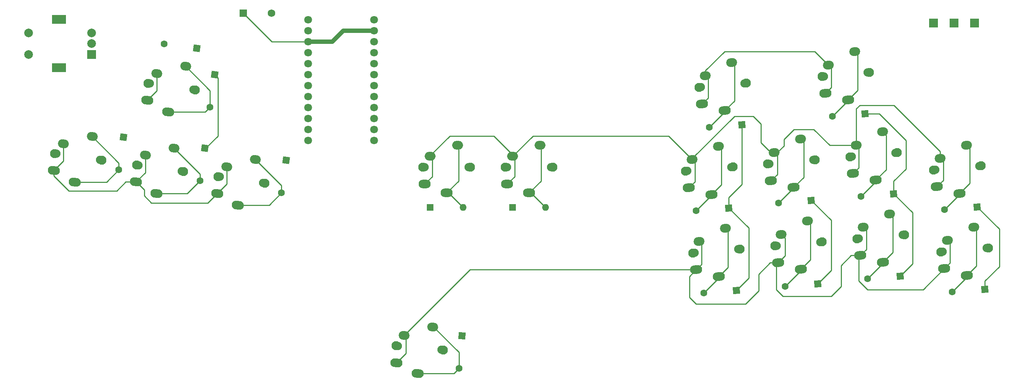
<source format=gbl>
%TF.GenerationSoftware,KiCad,Pcbnew,(6.0.9)*%
%TF.CreationDate,2023-02-21T23:29:26+05:30*%
%TF.ProjectId,Titan Keyboard,54697461-6e20-44b6-9579-626f6172642e,rev?*%
%TF.SameCoordinates,Original*%
%TF.FileFunction,Copper,L2,Bot*%
%TF.FilePolarity,Positive*%
%FSLAX46Y46*%
G04 Gerber Fmt 4.6, Leading zero omitted, Abs format (unit mm)*
G04 Created by KiCad (PCBNEW (6.0.9)) date 2023-02-21 23:29:26*
%MOMM*%
%LPD*%
G01*
G04 APERTURE LIST*
G04 Aperture macros list*
%AMHorizOval*
0 Thick line with rounded ends*
0 $1 width*
0 $2 $3 position (X,Y) of the first rounded end (center of the circle)*
0 $4 $5 position (X,Y) of the second rounded end (center of the circle)*
0 Add line between two ends*
20,1,$1,$2,$3,$4,$5,0*
0 Add two circle primitives to create the rounded ends*
1,1,$1,$2,$3*
1,1,$1,$4,$5*%
%AMRotRect*
0 Rectangle, with rotation*
0 The origin of the aperture is its center*
0 $1 length*
0 $2 width*
0 $3 Rotation angle, in degrees counterclockwise*
0 Add horizontal line*
21,1,$1,$2,0,0,$3*%
G04 Aperture macros list end*
%TA.AperFunction,ComponentPad*%
%ADD10R,1.752600X1.752600*%
%TD*%
%TA.AperFunction,ComponentPad*%
%ADD11C,1.752600*%
%TD*%
%TA.AperFunction,ComponentPad*%
%ADD12C,1.800000*%
%TD*%
%TA.AperFunction,WasherPad*%
%ADD13C,2.100000*%
%TD*%
%TA.AperFunction,WasherPad*%
%ADD14C,1.900000*%
%TD*%
%TA.AperFunction,ComponentPad*%
%ADD15HorizOval,2.000000X0.396107X-0.055669X-0.396107X0.055669X0*%
%TD*%
%TA.AperFunction,ComponentPad*%
%ADD16HorizOval,2.000000X0.247567X-0.034793X-0.247567X0.034793X0*%
%TD*%
%TA.AperFunction,ComponentPad*%
%ADD17HorizOval,2.000000X0.398478X-0.034862X-0.398478X0.034862X0*%
%TD*%
%TA.AperFunction,ComponentPad*%
%ADD18HorizOval,2.000000X0.249049X-0.021789X-0.249049X0.021789X0*%
%TD*%
%TA.AperFunction,ComponentPad*%
%ADD19HorizOval,2.000000X0.249049X0.021789X-0.249049X-0.021789X0*%
%TD*%
%TA.AperFunction,ComponentPad*%
%ADD20HorizOval,2.000000X0.398478X0.034862X-0.398478X-0.034862X0*%
%TD*%
%TA.AperFunction,ComponentPad*%
%ADD21O,2.500000X2.000000*%
%TD*%
%TA.AperFunction,ComponentPad*%
%ADD22O,2.800000X2.000000*%
%TD*%
%TA.AperFunction,ComponentPad*%
%ADD23C,2.000000*%
%TD*%
%TA.AperFunction,ComponentPad*%
%ADD24R,3.200000X2.000000*%
%TD*%
%TA.AperFunction,ComponentPad*%
%ADD25R,2.000000X2.000000*%
%TD*%
%TA.AperFunction,ComponentPad*%
%ADD26R,1.600000X1.600000*%
%TD*%
%TA.AperFunction,ComponentPad*%
%ADD27O,1.600000X1.600000*%
%TD*%
%TA.AperFunction,ComponentPad*%
%ADD28RotRect,1.600000X1.600000X185.000000*%
%TD*%
%TA.AperFunction,ComponentPad*%
%ADD29HorizOval,1.600000X0.000000X0.000000X0.000000X0.000000X0*%
%TD*%
%TA.AperFunction,ComponentPad*%
%ADD30RotRect,1.600000X1.600000X262.000000*%
%TD*%
%TA.AperFunction,ComponentPad*%
%ADD31HorizOval,1.600000X0.000000X0.000000X0.000000X0.000000X0*%
%TD*%
%TA.AperFunction,ComponentPad*%
%ADD32RotRect,1.600000X1.600000X172.000000*%
%TD*%
%TA.AperFunction,ComponentPad*%
%ADD33HorizOval,1.600000X0.000000X0.000000X0.000000X0.000000X0*%
%TD*%
%TA.AperFunction,ComponentPad*%
%ADD34RotRect,1.600000X1.600000X265.000000*%
%TD*%
%TA.AperFunction,ComponentPad*%
%ADD35HorizOval,1.600000X0.000000X0.000000X0.000000X0.000000X0*%
%TD*%
%TA.AperFunction,Conductor*%
%ADD36C,0.250000*%
%TD*%
%TA.AperFunction,Conductor*%
%ADD37C,1.000000*%
%TD*%
G04 APERTURE END LIST*
D10*
%TO.P,SW1,1,1*%
%TO.N,GND*%
X95300800Y-42926000D03*
D11*
%TO.P,SW1,2,2*%
%TO.N,RESET*%
X101803200Y-42926000D03*
%TD*%
D12*
%TO.P,U1,1,TX*%
%TO.N,ENC_B*%
X110236000Y-44450000D03*
%TO.P,U1,2,RX*%
%TO.N,ENC_A*%
X110236000Y-46990000D03*
%TO.P,U1,3,GND*%
%TO.N,GND*%
X110236000Y-49530000D03*
%TO.P,U1,4,GND*%
X110236000Y-52070000D03*
%TO.P,U1,5,SDA*%
%TO.N,ROW0*%
X110236000Y-54610000D03*
%TO.P,U1,6,SCL*%
%TO.N,COL8*%
X110236000Y-57150000D03*
%TO.P,U1,7,D4*%
%TO.N,COL1*%
X110236000Y-59690000D03*
%TO.P,U1,8,C6*%
%TO.N,COL0*%
X110236000Y-62230000D03*
%TO.P,U1,9,D7*%
%TO.N,ROW1*%
X110236000Y-64770000D03*
%TO.P,U1,10,E6*%
%TO.N,COL2*%
X110236000Y-67310000D03*
%TO.P,U1,11,B4*%
%TO.N,COL3*%
X110236000Y-69850000D03*
%TO.P,U1,12,B5*%
%TO.N,ROW2*%
X110236000Y-72390000D03*
%TO.P,U1,13,B6*%
%TO.N,COL4*%
X125476000Y-72390000D03*
%TO.P,U1,14,B2*%
%TO.N,COL6*%
X125476000Y-69850000D03*
%TO.P,U1,15,B3*%
%TO.N,COL5*%
X125476000Y-67310000D03*
%TO.P,U1,16,B1*%
%TO.N,COL9*%
X125476000Y-64770000D03*
%TO.P,U1,17,F7*%
%TO.N,ROW3*%
X125476000Y-62230000D03*
%TO.P,U1,18,F6*%
%TO.N,COL7*%
X125476000Y-59690000D03*
%TO.P,U1,19,F5*%
%TO.N,LED_DAT*%
X125476000Y-57150000D03*
%TO.P,U1,20,F4*%
%TO.N,unconnected-(U1-Pad20)*%
X125476000Y-54610000D03*
%TO.P,U1,21,VCC*%
%TO.N,unconnected-(U1-Pad21)*%
X125476000Y-52070000D03*
%TO.P,U1,22,RST*%
%TO.N,RESET*%
X125476000Y-49530000D03*
%TO.P,U1,23,GND*%
%TO.N,GND*%
X125476000Y-46990000D03*
%TO.P,U1,24,RAW*%
%TO.N,+5V*%
X125476000Y-44450000D03*
%TD*%
D13*
%TO.P,SW12,*%
%TO.N,*%
X100315474Y-82299452D03*
D14*
X89838438Y-80827001D03*
D13*
X89422526Y-80768548D03*
D14*
X99899562Y-82240999D03*
D15*
%TO.P,SW12,1,1*%
%TO.N,ROW1*%
X89275858Y-84686263D03*
D16*
X91449578Y-78488470D03*
D15*
%TO.P,SW12,2,2*%
%TO.N,Net-(D11-Pad2)*%
X94047879Y-87376582D03*
D16*
X98091280Y-76856938D03*
%TD*%
D13*
%TO.P,SW18,*%
%TO.N,*%
X130588729Y-119967443D03*
D14*
X131007131Y-120004049D03*
X141128469Y-120889551D03*
D13*
X141546871Y-120926157D03*
D17*
%TO.P,SW18,1,1*%
%TO.N,ROW2*%
X130647300Y-123887465D03*
D18*
X132493674Y-117584402D03*
%TO.P,SW18,2,2*%
%TO.N,Net-(D17-Pad2)*%
X139040886Y-115607507D03*
D17*
X135553581Y-126324349D03*
%TD*%
D13*
%TO.P,SW33,*%
%TO.N,*%
X240022671Y-56670643D03*
D14*
X239604269Y-56707249D03*
D13*
X229064529Y-57629357D03*
D14*
X229482931Y-57592751D03*
D19*
%TO.P,SW33,1,1*%
%TO.N,ROW0*%
X230526723Y-54951729D03*
D20*
X229802914Y-61479654D03*
D19*
%TO.P,SW33,2,2*%
%TO.N,Net-(D32-Pad2)*%
X236631183Y-51867955D03*
D20*
X235057819Y-63027549D03*
%TD*%
D13*
%TO.P,SW35,*%
%TO.N,*%
X248074471Y-94237243D03*
D14*
X247656069Y-94273849D03*
D13*
X237116329Y-95195957D03*
D14*
X237534731Y-95159351D03*
D19*
%TO.P,SW35,1,1*%
%TO.N,ROW2*%
X238578523Y-92518329D03*
D20*
X237854714Y-99046254D03*
D19*
%TO.P,SW35,2,2*%
%TO.N,Net-(D34-Pad2)*%
X244682983Y-89434555D03*
D20*
X243109619Y-100594149D03*
%TD*%
D13*
%TO.P,SW17,*%
%TO.N,*%
X136790800Y-78638400D03*
D14*
X137210800Y-78638400D03*
X147370800Y-78638400D03*
D13*
X147790800Y-78638400D03*
D21*
%TO.P,SW17,1,1*%
%TO.N,ROW1*%
X138480800Y-76098400D03*
D22*
X137190800Y-82538400D03*
%TO.P,SW17,2,2*%
%TO.N,Net-(D16-Pad2)*%
X142290800Y-84538400D03*
D21*
X144830800Y-73558400D03*
%TD*%
D23*
%TO.P,SW4,S2,S2*%
%TO.N,Net-(D3-Pad2)*%
X45709000Y-52506250D03*
%TO.P,SW4,S1,S1*%
%TO.N,ROW0*%
X45709000Y-47506250D03*
D24*
%TO.P,SW4,MP*%
%TO.N,N/C*%
X52709000Y-44406250D03*
X52709000Y-55606250D03*
D23*
%TO.P,SW4,C,C*%
%TO.N,GND*%
X60209000Y-50006250D03*
%TO.P,SW4,B,B*%
%TO.N,ENC_B*%
X60209000Y-47506250D03*
D25*
%TO.P,SW4,A,A*%
%TO.N,ENC_A*%
X60209000Y-52506250D03*
%TD*%
D13*
%TO.P,SW8,*%
%TO.N,*%
X70626526Y-78101548D03*
D14*
X81103562Y-79573999D03*
D13*
X81519474Y-79632452D03*
D14*
X71042438Y-78160001D03*
D16*
%TO.P,SW8,1,1*%
%TO.N,ROW1*%
X72653578Y-75821470D03*
D15*
X70479858Y-82019263D03*
%TO.P,SW8,2,2*%
%TO.N,Net-(D7-Pad2)*%
X75251879Y-84709582D03*
D16*
X79295280Y-74189938D03*
%TD*%
D13*
%TO.P,SW39,*%
%TO.N,*%
X267480071Y-97285243D03*
X256521929Y-98243957D03*
D14*
X267061669Y-97321849D03*
X256940331Y-98207351D03*
D20*
%TO.P,SW39,1,1*%
%TO.N,ROW2*%
X257260314Y-102094254D03*
D19*
X257984123Y-95566329D03*
%TO.P,SW39,2,2*%
%TO.N,Net-(D38-Pad2)*%
X264088583Y-92482555D03*
D20*
X262515219Y-103642149D03*
%TD*%
D13*
%TO.P,SW26,*%
%TO.N,*%
X208475871Y-78565443D03*
D14*
X197936131Y-79487551D03*
D13*
X197517729Y-79524157D03*
D14*
X208057469Y-78602049D03*
D19*
%TO.P,SW26,1,1*%
%TO.N,ROW1*%
X198979923Y-76846529D03*
D20*
X198256114Y-83374454D03*
D19*
%TO.P,SW26,2,2*%
%TO.N,Net-(D25-Pad2)*%
X205084383Y-73762755D03*
D20*
X203511019Y-84922349D03*
%TD*%
D13*
%TO.P,SW38,*%
%TO.N,*%
X265803671Y-78311443D03*
D14*
X265385269Y-78348049D03*
D13*
X254845529Y-79270157D03*
D14*
X255263931Y-79233551D03*
D20*
%TO.P,SW38,1,1*%
%TO.N,ROW1*%
X255583914Y-83120454D03*
D19*
X256307723Y-76592529D03*
%TO.P,SW38,2,2*%
%TO.N,Net-(D37-Pad2)*%
X262412183Y-73508755D03*
D20*
X260838819Y-84668349D03*
%TD*%
D14*
%TO.P,SW21,*%
%TO.N,*%
X156286200Y-78638400D03*
D13*
X155866200Y-78638400D03*
D14*
X166446200Y-78638400D03*
D13*
X166866200Y-78638400D03*
D21*
%TO.P,SW21,1,1*%
%TO.N,ROW1*%
X157556200Y-76098400D03*
D22*
X156266200Y-82538400D03*
D21*
%TO.P,SW21,2,2*%
%TO.N,Net-(D20-Pad2)*%
X163906200Y-73558400D03*
D22*
X161366200Y-84538400D03*
%TD*%
D14*
%TO.P,SW25,*%
%TO.N,*%
X201009531Y-60081951D03*
D13*
X211549271Y-59159843D03*
X200591129Y-60118557D03*
D14*
X211130869Y-59196449D03*
D19*
%TO.P,SW25,1,1*%
%TO.N,ROW0*%
X202053323Y-57440929D03*
D20*
X201329514Y-63968854D03*
%TO.P,SW25,2,2*%
%TO.N,Net-(D24-Pad2)*%
X206584419Y-65516749D03*
D19*
X208157783Y-54357155D03*
%TD*%
D14*
%TO.P,SW2,*%
%TO.N,*%
X62180562Y-76906999D03*
D13*
X62596474Y-76965452D03*
X51703526Y-75434548D03*
D14*
X52119438Y-75493001D03*
D15*
%TO.P,SW2,1,1*%
%TO.N,ROW1*%
X51556858Y-79352263D03*
D16*
X53730578Y-73154470D03*
D15*
%TO.P,SW2,2,2*%
%TO.N,Net-(D1-Pad2)*%
X56328879Y-82042582D03*
D16*
X60372280Y-71522938D03*
%TD*%
D13*
%TO.P,SW27,*%
%TO.N,*%
X199168729Y-98497957D03*
D14*
X209708469Y-97575849D03*
D13*
X210126871Y-97539243D03*
D14*
X199587131Y-98461351D03*
D20*
%TO.P,SW27,1,1*%
%TO.N,ROW2*%
X199907114Y-102348254D03*
D19*
X200630923Y-95820329D03*
D20*
%TO.P,SW27,2,2*%
%TO.N,Net-(D26-Pad2)*%
X205162019Y-103896149D03*
D19*
X206735383Y-92736555D03*
%TD*%
D14*
%TO.P,SW3,*%
%TO.N,*%
X73709438Y-59237001D03*
D13*
X73293526Y-59178548D03*
D14*
X83770562Y-60650999D03*
D13*
X84186474Y-60709452D03*
D15*
%TO.P,SW3,1,1*%
%TO.N,ROW0*%
X73146858Y-63096263D03*
D16*
X75320578Y-56898470D03*
D15*
%TO.P,SW3,2,2*%
%TO.N,Net-(D2-Pad2)*%
X77918879Y-65786582D03*
D16*
X81962280Y-55266938D03*
%TD*%
D14*
%TO.P,SW31,*%
%TO.N,*%
X218560931Y-96810351D03*
X228682269Y-95924849D03*
D13*
X218142529Y-96846957D03*
X229100671Y-95888243D03*
D19*
%TO.P,SW31,1,1*%
%TO.N,ROW2*%
X219604723Y-94169329D03*
D20*
X218880914Y-100697254D03*
D19*
%TO.P,SW31,2,2*%
%TO.N,Net-(D30-Pad2)*%
X225709183Y-91085555D03*
D20*
X224135819Y-102245149D03*
%TD*%
D13*
%TO.P,SW34,*%
%TO.N,*%
X235465329Y-76196757D03*
D14*
X235883731Y-76160151D03*
D13*
X246423471Y-75238043D03*
D14*
X246005069Y-75274649D03*
D20*
%TO.P,SW34,1,1*%
%TO.N,ROW1*%
X236203714Y-80047054D03*
D19*
X236927523Y-73519129D03*
%TO.P,SW34,2,2*%
%TO.N,Net-(D33-Pad2)*%
X243031983Y-70435355D03*
D20*
X241458619Y-81594949D03*
%TD*%
D13*
%TO.P,SW30,*%
%TO.N,*%
X216491529Y-77873157D03*
D14*
X227031269Y-76951049D03*
X216909931Y-77836551D03*
D13*
X227449671Y-76914443D03*
D20*
%TO.P,SW30,1,1*%
%TO.N,ROW1*%
X217229914Y-81723454D03*
D19*
X217953723Y-75195529D03*
%TO.P,SW30,2,2*%
%TO.N,Net-(D29-Pad2)*%
X224058183Y-72111755D03*
D20*
X222484819Y-83271349D03*
%TD*%
D26*
%TO.P,D20,1,K*%
%TO.N,COL4*%
X157480000Y-87884000D03*
D27*
%TO.P,D20,2,A*%
%TO.N,Net-(D20-Pad2)*%
X165100000Y-87884000D03*
%TD*%
D28*
%TO.P,D38,1,K*%
%TO.N,COL8*%
X266685502Y-106855937D03*
D29*
%TO.P,D38,2,A*%
%TO.N,Net-(D38-Pad2)*%
X259094498Y-107520064D03*
%TD*%
D30*
%TO.P,D11,1,K*%
%TO.N,COL2*%
X105178250Y-76999079D03*
D31*
%TO.P,D11,2,A*%
%TO.N,Net-(D11-Pad2)*%
X104117751Y-84544922D03*
%TD*%
D25*
%TO.P,J2,1,Pin_1*%
%TO.N,LED_DAT*%
X259556250Y-45243750D03*
%TD*%
D26*
%TO.P,D16,1,K*%
%TO.N,COL3*%
X138430000Y-87884000D03*
D27*
%TO.P,D16,2,A*%
%TO.N,Net-(D16-Pad2)*%
X146050000Y-87884000D03*
%TD*%
D28*
%TO.P,D29,1,K*%
%TO.N,COL6*%
X226553502Y-86281937D03*
D29*
%TO.P,D29,2,A*%
%TO.N,Net-(D29-Pad2)*%
X218962498Y-86946064D03*
%TD*%
D28*
%TO.P,D34,1,K*%
%TO.N,COL7*%
X247127502Y-103807937D03*
D29*
%TO.P,D34,2,A*%
%TO.N,Net-(D34-Pad2)*%
X239536498Y-104472064D03*
%TD*%
D28*
%TO.P,D26,1,K*%
%TO.N,COL5*%
X209281502Y-107109937D03*
D29*
%TO.P,D26,2,A*%
%TO.N,Net-(D26-Pad2)*%
X201690498Y-107774064D03*
%TD*%
D28*
%TO.P,D24,1,K*%
%TO.N,COL5*%
X210551502Y-68755937D03*
D29*
%TO.P,D24,2,A*%
%TO.N,Net-(D24-Pad2)*%
X202960498Y-69420064D03*
%TD*%
D30*
%TO.P,D2,1,K*%
%TO.N,COL1*%
X88646000Y-57150000D03*
D31*
%TO.P,D2,2,A*%
%TO.N,Net-(D2-Pad2)*%
X87585501Y-64695843D03*
%TD*%
D32*
%TO.P,D3,1,K*%
%TO.N,COL8*%
X84507843Y-51098499D03*
D33*
%TO.P,D3,2,A*%
%TO.N,Net-(D3-Pad2)*%
X76962000Y-50038000D03*
%TD*%
D28*
%TO.P,D32,1,K*%
%TO.N,COL7*%
X238999502Y-66215937D03*
D29*
%TO.P,D32,2,A*%
%TO.N,Net-(D32-Pad2)*%
X231408498Y-66880064D03*
%TD*%
D30*
%TO.P,D7,1,K*%
%TO.N,COL1*%
X86382250Y-74205079D03*
D31*
%TO.P,D7,2,A*%
%TO.N,Net-(D7-Pad2)*%
X85321751Y-81750922D03*
%TD*%
D25*
%TO.P,J1,1,Pin_1*%
%TO.N,+5V*%
X264318750Y-45243750D03*
%TD*%
%TO.P,J3,1,Pin_1*%
%TO.N,GND*%
X254793750Y-45243750D03*
%TD*%
D28*
%TO.P,D30,1,K*%
%TO.N,COL6*%
X228077502Y-105585936D03*
D29*
%TO.P,D30,2,A*%
%TO.N,Net-(D30-Pad2)*%
X220486498Y-106250063D03*
%TD*%
D34*
%TO.P,D17,1,K*%
%TO.N,COL3*%
X145796000Y-117602000D03*
D35*
%TO.P,D17,2,A*%
%TO.N,Net-(D17-Pad2)*%
X145131873Y-125193004D03*
%TD*%
D28*
%TO.P,D37,1,K*%
%TO.N,COL8*%
X264907502Y-87805937D03*
D29*
%TO.P,D37,2,A*%
%TO.N,Net-(D37-Pad2)*%
X257316498Y-88470064D03*
%TD*%
D28*
%TO.P,D25,1,K*%
%TO.N,COL5*%
X207503502Y-88059937D03*
D29*
%TO.P,D25,2,A*%
%TO.N,Net-(D25-Pad2)*%
X199912498Y-88724064D03*
%TD*%
D30*
%TO.P,D1,1,K*%
%TO.N,COL0*%
X67586250Y-71665079D03*
D31*
%TO.P,D1,2,A*%
%TO.N,Net-(D1-Pad2)*%
X66525751Y-79210922D03*
%TD*%
D28*
%TO.P,D33,1,K*%
%TO.N,COL7*%
X245603502Y-84757937D03*
D29*
%TO.P,D33,2,A*%
%TO.N,Net-(D33-Pad2)*%
X238012498Y-85422064D03*
%TD*%
D36*
%TO.N,GND*%
X101904800Y-49530000D02*
X110236000Y-49530000D01*
X95300800Y-42926000D02*
X101904800Y-49530000D01*
D37*
X118364000Y-46990000D02*
X125476000Y-46990000D01*
X115824000Y-49530000D02*
X118364000Y-46990000D01*
X110236000Y-49530000D02*
X115824000Y-49530000D01*
D36*
%TO.N,ROW0*%
X227390994Y-51816000D02*
X230526723Y-54951729D01*
X206502000Y-51816000D02*
X227390994Y-51816000D01*
X202053323Y-56264677D02*
X206502000Y-51816000D01*
X202053323Y-57440929D02*
X202053323Y-56264677D01*
%TO.N,ROW1*%
X198979923Y-76805923D02*
X198979923Y-76846529D01*
X193548000Y-71374000D02*
X198979923Y-76805923D01*
X162280600Y-71374000D02*
X193548000Y-71374000D01*
X157556200Y-76098400D02*
X162280600Y-71374000D01*
X157556200Y-75768200D02*
X157556200Y-76098400D01*
X143002000Y-71374000D02*
X153162000Y-71374000D01*
X138480800Y-76098400D02*
X138480800Y-75895200D01*
X138480800Y-75895200D02*
X143002000Y-71374000D01*
X153162000Y-71374000D02*
X157556200Y-75768200D01*
%TO.N,ROW2*%
X147729822Y-102348254D02*
X132493674Y-117584402D01*
X199907114Y-102348254D02*
X147729822Y-102348254D01*
%TO.N,COL1*%
X89408000Y-71374000D02*
X89408000Y-57912000D01*
X86576921Y-74205079D02*
X89408000Y-71374000D01*
X89408000Y-57912000D02*
X88646000Y-57150000D01*
X86382250Y-74205079D02*
X86576921Y-74205079D01*
%TO.N,ROW1*%
X256307723Y-74951723D02*
X256307723Y-76592529D01*
X237744000Y-64262000D02*
X245618000Y-64262000D01*
X245618000Y-64262000D02*
X256307723Y-74951723D01*
X236927523Y-65078477D02*
X237744000Y-64262000D01*
X236927523Y-73519129D02*
X236927523Y-65078477D01*
X217181529Y-75195529D02*
X217953723Y-75195529D01*
X214884000Y-72898000D02*
X217181529Y-75195529D01*
X214884000Y-68580000D02*
X214884000Y-72898000D01*
X208788000Y-66802000D02*
X213106000Y-66802000D01*
X213106000Y-66802000D02*
X214884000Y-68580000D01*
X198979923Y-76846529D02*
X198979923Y-76610077D01*
X198979923Y-76610077D02*
X208788000Y-66802000D01*
X227148211Y-69850000D02*
X230817340Y-73519129D01*
X220218000Y-72136000D02*
X222504000Y-69850000D01*
X220218000Y-73660000D02*
X220218000Y-72136000D01*
X230817340Y-73519129D02*
X236927523Y-73519129D01*
X218682471Y-75195529D02*
X220218000Y-73660000D01*
X222504000Y-69850000D02*
X227148211Y-69850000D01*
X217953723Y-75195529D02*
X218682471Y-75195529D01*
%TO.N,ROW2*%
X237490000Y-104902000D02*
X239522000Y-106934000D01*
X237490000Y-99410968D02*
X237490000Y-104902000D01*
X252420568Y-106934000D02*
X257260314Y-102094254D01*
X237854714Y-99046254D02*
X237490000Y-99410968D01*
X239522000Y-106934000D02*
X252420568Y-106934000D01*
X235725746Y-99046254D02*
X237854714Y-99046254D01*
X233426000Y-106172000D02*
X233426000Y-101346000D01*
X231140000Y-108458000D02*
X233426000Y-106172000D01*
X219964000Y-108458000D02*
X231140000Y-108458000D01*
X218440000Y-106934000D02*
X219964000Y-108458000D01*
X233426000Y-101346000D02*
X235725746Y-99046254D01*
X218880914Y-100697254D02*
X218440000Y-101138168D01*
X218440000Y-101138168D02*
X218440000Y-106934000D01*
X198374000Y-103881368D02*
X199907114Y-102348254D01*
X198374000Y-108712000D02*
X198374000Y-103881368D01*
X199898000Y-110236000D02*
X198374000Y-108712000D01*
X211328000Y-110236000D02*
X199898000Y-110236000D01*
X214376000Y-107188000D02*
X211328000Y-110236000D01*
X214376000Y-103378000D02*
X214376000Y-107188000D01*
X217056746Y-100697254D02*
X214376000Y-103378000D01*
X218880914Y-100697254D02*
X217056746Y-100697254D01*
%TO.N,COL5*%
X207503502Y-85612498D02*
X207503502Y-88059937D01*
X210551502Y-82564498D02*
X207503502Y-85612498D01*
X210551502Y-68755937D02*
X210551502Y-82564498D01*
X212090000Y-92646435D02*
X207503502Y-88059937D01*
X212090000Y-104301439D02*
X212090000Y-92646435D01*
X209281502Y-107109937D02*
X212090000Y-104301439D01*
%TO.N,COL6*%
X231140000Y-90868435D02*
X226553502Y-86281937D01*
X231140000Y-102523438D02*
X231140000Y-90868435D01*
X228077502Y-105585936D02*
X231140000Y-102523438D01*
%TO.N,COL7*%
X245603502Y-81802498D02*
X245603502Y-84757937D01*
X248412000Y-78994000D02*
X245603502Y-81802498D01*
X248412000Y-72390000D02*
X248412000Y-78994000D01*
X238999502Y-66215937D02*
X242237937Y-66215937D01*
X242237937Y-66215937D02*
X248412000Y-72390000D01*
X249936000Y-100999439D02*
X247127502Y-103807937D01*
X249936000Y-89090435D02*
X249936000Y-100999439D01*
X245603502Y-84757937D02*
X249936000Y-89090435D01*
%TO.N,Net-(D32-Pad2)*%
X231408498Y-66880064D02*
X235057819Y-63230743D01*
X235057819Y-63230743D02*
X235057819Y-63027549D01*
%TO.N,Net-(D24-Pad2)*%
X206584419Y-65796143D02*
X206584419Y-65516749D01*
X202960498Y-69420064D02*
X206584419Y-65796143D01*
%TO.N,Net-(D38-Pad2)*%
X262515219Y-104099343D02*
X262515219Y-103642149D01*
X259094498Y-107520064D02*
X262515219Y-104099343D01*
%TO.N,Net-(D34-Pad2)*%
X239536498Y-104472064D02*
X243109619Y-100898943D01*
X243109619Y-100898943D02*
X243109619Y-100594149D01*
%TO.N,Net-(D30-Pad2)*%
X224135819Y-102600742D02*
X224135819Y-102245149D01*
X220486498Y-106250063D02*
X224135819Y-102600742D01*
%TO.N,Net-(D26-Pad2)*%
X205162019Y-104302543D02*
X205162019Y-103896149D01*
X201690498Y-107774064D02*
X205162019Y-104302543D01*
%TO.N,Net-(D29-Pad2)*%
X222484819Y-83423743D02*
X222484819Y-83271349D01*
X218962498Y-86946064D02*
X222484819Y-83423743D01*
%TO.N,Net-(D33-Pad2)*%
X241458619Y-81975943D02*
X241458619Y-81594949D01*
X238012498Y-85422064D02*
X241458619Y-81975943D01*
%TO.N,Net-(D37-Pad2)*%
X260838819Y-84947743D02*
X260838819Y-84668349D01*
X257316498Y-88470064D02*
X260838819Y-84947743D01*
%TO.N,COL8*%
X266685502Y-104916498D02*
X266685502Y-106855937D01*
X270002000Y-92900435D02*
X270002000Y-101600000D01*
X270002000Y-101600000D02*
X266685502Y-104916498D01*
X264907502Y-87805937D02*
X270002000Y-92900435D01*
%TO.N,ROW1*%
X257048000Y-81656368D02*
X255583914Y-83120454D01*
X257048000Y-77332806D02*
X257048000Y-81656368D01*
X256307723Y-76592529D02*
X257048000Y-77332806D01*
%TO.N,Net-(D37-Pad2)*%
X263144000Y-82363168D02*
X260838819Y-84668349D01*
X263144000Y-74240572D02*
X263144000Y-82363168D01*
X262412183Y-73508755D02*
X263144000Y-74240572D01*
%TO.N,Net-(D38-Pad2)*%
X264668000Y-101489368D02*
X262515219Y-103642149D01*
X264668000Y-93061972D02*
X264668000Y-101489368D01*
X264088583Y-92482555D02*
X264668000Y-93061972D01*
%TO.N,ROW2*%
X258572000Y-100782568D02*
X257260314Y-102094254D01*
X258572000Y-96154206D02*
X258572000Y-100782568D01*
X257984123Y-95566329D02*
X258572000Y-96154206D01*
X201168000Y-96357406D02*
X201168000Y-101087368D01*
X201168000Y-101087368D02*
X199907114Y-102348254D01*
X200630923Y-95820329D02*
X201168000Y-96357406D01*
%TO.N,Net-(D26-Pad2)*%
X207264000Y-101794168D02*
X205162019Y-103896149D01*
X207264000Y-93265172D02*
X207264000Y-101794168D01*
X206735383Y-92736555D02*
X207264000Y-93265172D01*
%TO.N,ROW2*%
X220472000Y-99106168D02*
X218880914Y-100697254D01*
X220472000Y-95036606D02*
X220472000Y-99106168D01*
X219604723Y-94169329D02*
X220472000Y-95036606D01*
%TO.N,Net-(D30-Pad2)*%
X226314000Y-100066968D02*
X224135819Y-102245149D01*
X226314000Y-91690372D02*
X226314000Y-100066968D01*
X225709183Y-91085555D02*
X226314000Y-91690372D01*
%TO.N,Net-(D34-Pad2)*%
X245364000Y-90115572D02*
X245364000Y-98339768D01*
X245364000Y-98339768D02*
X243109619Y-100594149D01*
X244682983Y-89434555D02*
X245364000Y-90115572D01*
%TO.N,ROW2*%
X239268000Y-97632968D02*
X237854714Y-99046254D01*
X239268000Y-93207806D02*
X239268000Y-97632968D01*
X238578523Y-92518329D02*
X239268000Y-93207806D01*
%TO.N,Net-(D33-Pad2)*%
X243840000Y-79213568D02*
X241458619Y-81594949D01*
X243840000Y-71243372D02*
X243840000Y-79213568D01*
X243031983Y-70435355D02*
X243840000Y-71243372D01*
%TO.N,ROW1*%
X237490000Y-78760768D02*
X236203714Y-80047054D01*
X237490000Y-74081606D02*
X237490000Y-78760768D01*
X236927523Y-73519129D02*
X237490000Y-74081606D01*
%TO.N,Net-(D32-Pad2)*%
X237236000Y-52472772D02*
X237236000Y-60849368D01*
X236631183Y-51867955D02*
X237236000Y-52472772D01*
X237236000Y-60849368D02*
X235057819Y-63027549D01*
%TO.N,ROW0*%
X231140000Y-60142568D02*
X229802914Y-61479654D01*
X231140000Y-55565006D02*
X231140000Y-60142568D01*
X230526723Y-54951729D02*
X231140000Y-55565006D01*
%TO.N,Net-(D24-Pad2)*%
X208788000Y-63313168D02*
X206584419Y-65516749D01*
X208788000Y-54987372D02*
X208788000Y-63313168D01*
X208157783Y-54357155D02*
X208788000Y-54987372D01*
%TO.N,ROW0*%
X202692000Y-58079606D02*
X202692000Y-62606368D01*
X202053323Y-57440929D02*
X202692000Y-58079606D01*
X202692000Y-62606368D02*
X201329514Y-63968854D01*
%TO.N,Net-(D29-Pad2)*%
X224790000Y-80966168D02*
X222484819Y-83271349D01*
X224790000Y-72843572D02*
X224790000Y-80966168D01*
X224058183Y-72111755D02*
X224790000Y-72843572D01*
%TO.N,ROW1*%
X218694000Y-80259368D02*
X217229914Y-81723454D01*
X218694000Y-75935806D02*
X218694000Y-80259368D01*
X217953723Y-75195529D02*
X218694000Y-75935806D01*
X199644000Y-77510606D02*
X199644000Y-81986568D01*
X198979923Y-76846529D02*
X199644000Y-77510606D01*
X199644000Y-81986568D02*
X198256114Y-83374454D01*
%TO.N,Net-(D25-Pad2)*%
X205740000Y-82693368D02*
X203511019Y-84922349D01*
X205084383Y-73762755D02*
X205740000Y-74418372D01*
X205740000Y-74418372D02*
X205740000Y-82693368D01*
X203511019Y-85125543D02*
X203511019Y-84922349D01*
X199912498Y-88724064D02*
X203511019Y-85125543D01*
%TO.N,ROW1*%
X138938000Y-76555600D02*
X138938000Y-80791200D01*
X138480800Y-76098400D02*
X138938000Y-76555600D01*
X138938000Y-80791200D02*
X137190800Y-82538400D01*
X157988000Y-80816600D02*
X156266200Y-82538400D01*
X157988000Y-76530200D02*
X157988000Y-80816600D01*
X157556200Y-76098400D02*
X157988000Y-76530200D01*
%TO.N,Net-(D20-Pad2)*%
X161754400Y-84538400D02*
X161366200Y-84538400D01*
X165100000Y-87884000D02*
X161754400Y-84538400D01*
X164084000Y-81820600D02*
X161366200Y-84538400D01*
X164084000Y-73736200D02*
X164084000Y-81820600D01*
X163906200Y-73558400D02*
X164084000Y-73736200D01*
%TO.N,Net-(D16-Pad2)*%
X145034000Y-81795200D02*
X142290800Y-84538400D01*
X145034000Y-73761600D02*
X145034000Y-81795200D01*
X144830800Y-73558400D02*
X145034000Y-73761600D01*
X142704400Y-84538400D02*
X142290800Y-84538400D01*
X146050000Y-87884000D02*
X142704400Y-84538400D01*
%TO.N,ROW2*%
X132842000Y-117932728D02*
X132493674Y-117584402D01*
X132842000Y-121692765D02*
X132842000Y-117932728D01*
X130647300Y-123887465D02*
X132842000Y-121692765D01*
%TO.N,Net-(D17-Pad2)*%
X145131873Y-121471234D02*
X145131873Y-125193004D01*
X139268146Y-115607507D02*
X145131873Y-121471234D01*
X139040886Y-115607507D02*
X139268146Y-115607507D01*
X144000528Y-126324349D02*
X145131873Y-125193004D01*
X135553581Y-126324349D02*
X144000528Y-126324349D01*
%TO.N,Net-(D2-Pad2)*%
X87585501Y-60890159D02*
X87585501Y-64695843D01*
X81962280Y-55266938D02*
X87585501Y-60890159D01*
X86494762Y-65786582D02*
X87585501Y-64695843D01*
X77918879Y-65786582D02*
X86494762Y-65786582D01*
%TO.N,ROW0*%
X75320578Y-60922543D02*
X75320578Y-56898470D01*
X73146858Y-63096263D02*
X75320578Y-60922543D01*
%TO.N,ROW1*%
X74022926Y-86868000D02*
X87094121Y-86868000D01*
X72390000Y-85235074D02*
X74022926Y-86868000D01*
X87094121Y-86868000D02*
X89275858Y-84686263D01*
X70589263Y-82019263D02*
X72390000Y-83820000D01*
X70479858Y-82019263D02*
X70589263Y-82019263D01*
X72390000Y-83820000D02*
X72390000Y-85235074D01*
X68094737Y-82019263D02*
X70479858Y-82019263D01*
X66040000Y-84074000D02*
X68094737Y-82019263D01*
X54972926Y-84074000D02*
X66040000Y-84074000D01*
X51556858Y-80657932D02*
X54972926Y-84074000D01*
X51556858Y-79352263D02*
X51556858Y-80657932D01*
%TO.N,Net-(D11-Pad2)*%
X94047879Y-87376582D02*
X101286091Y-87376582D01*
X101286091Y-87376582D02*
X104117751Y-84544922D01*
X104117751Y-82883409D02*
X104117751Y-84544922D01*
X98091280Y-76856938D02*
X104117751Y-82883409D01*
%TO.N,Net-(D7-Pad2)*%
X85321751Y-80216409D02*
X85321751Y-81750922D01*
X79295280Y-74189938D02*
X85321751Y-80216409D01*
X82363091Y-84709582D02*
X85321751Y-81750922D01*
X75251879Y-84709582D02*
X82363091Y-84709582D01*
%TO.N,ROW1*%
X91449578Y-82512543D02*
X89275858Y-84686263D01*
X91449578Y-78488470D02*
X91449578Y-82512543D01*
X72653578Y-79845543D02*
X70479858Y-82019263D01*
X72653578Y-75821470D02*
X72653578Y-79845543D01*
X53730578Y-77178543D02*
X51556858Y-79352263D01*
X53730578Y-73154470D02*
X53730578Y-77178543D01*
%TO.N,Net-(D1-Pad2)*%
X63694091Y-82042582D02*
X66525751Y-79210922D01*
X56328879Y-82042582D02*
X63694091Y-82042582D01*
X60372280Y-71522938D02*
X66525751Y-77676409D01*
X66525751Y-77676409D02*
X66525751Y-79210922D01*
%TD*%
M02*

</source>
